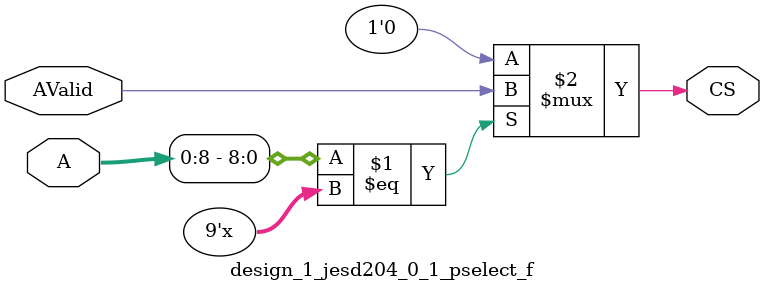
<source format=v>
`timescale 1 ps/1 ps

module design_1_jesd204_0_1_pselect_f ( A, AValid, CS) ;

parameter C_AB  = 9;
parameter C_AW  = 32;
parameter [0:C_AW - 1] C_BAR =  'bz;
parameter C_FAMILY  = "nofamily";
input[0:C_AW-1] A; 
input AValid; 
output CS; 
wire CS;
parameter [0:C_AB-1]BAR = C_BAR[0:C_AB-1];

//----------------------------------------------------------------------------
// Build a behavioral decoder
//----------------------------------------------------------------------------
generate
if (C_AB > 0) begin : XST_WA
assign CS = (A[0:C_AB - 1] == BAR[0:C_AB - 1]) ? AValid : 1'b0 ;
end
endgenerate

generate
if (C_AB == 0) begin : PASS_ON_GEN
assign CS = AValid ;
end
endgenerate
endmodule

</source>
